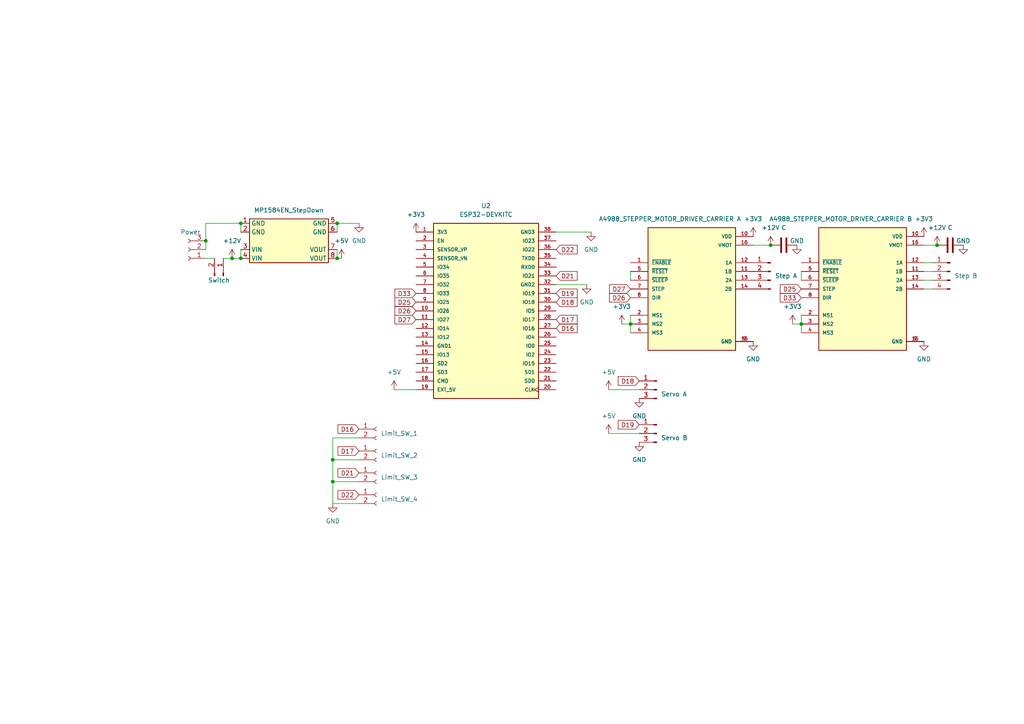
<source format=kicad_sch>
(kicad_sch (version 20211123) (generator eeschema)
  (paper "A4")
  (lib_symbols
    (symbol "Connector:Conn_01x02_Female" (pin_names (offset 1.016) hide)
      (property "Reference" "J" (at 0 2.54 0))
      (property "Value" "Conn_01x02_Female" (at 0 -5.08 0))
      (symbol "Conn_01x02_Female_1_1"
        (arc (start 0 -2.032) (mid -0.508 -2.54) (end 0 -3.048) (stroke (width 0.1524)))
        (polyline (pts (xy -1.27 -2.54) (xy -0.508 -2.54)) (stroke (width 0.1524)))
        (polyline (pts (xy -1.27 0) (xy -0.508 0)) (stroke (width 0.1524)))
        (arc (start 0 0.508) (mid -0.508 0) (end 0 -0.508) (stroke (width 0.1524)))
        (pin passive line (at -5.08 0 0) (length 3.81) (name "Pin_1") (number "1"))
        (pin passive line (at -5.08 -2.54 0) (length 3.81) (name "Pin_2") (number "2"))
      )
    )
    (symbol "Connector:Conn_01x02_Male" (pin_names (offset 1.016) hide)
      (property "Reference" "J" (at 0 2.54 0))
      (property "Value" "Conn_01x02_Male" (at 0 -5.08 0))
      (symbol "Conn_01x02_Male_1_1"
        (polyline (pts (xy 1.27 -2.54) (xy 0.8636 -2.54)) (stroke (width 0.1524)))
        (polyline (pts (xy 1.27 0) (xy 0.8636 0)) (stroke (width 0.1524)))
        (rectangle (start 0.8636 -2.413) (end 0 -2.667) (stroke (width 0.1524)) (fill (type outline)))
        (rectangle (start 0.8636 0.127) (end 0 -0.127) (stroke (width 0.1524)) (fill (type outline)))
        (pin passive line (at 5.08 0 180) (length 3.81) (name "Pin_1") (number "1"))
        (pin passive line (at 5.08 -2.54 180) (length 3.81) (name "Pin_2") (number "2"))
      )
    )
    (symbol "Connector:Conn_01x03_Female" (pin_names (offset 1.016) hide)
      (property "Reference" "J" (at 0 5.08 0))
      (property "Value" "Conn_01x03_Female" (at 0 -5.08 0))
      (symbol "Conn_01x03_Female_1_1"
        (arc (start 0 -2.032) (mid -0.508 -2.54) (end 0 -3.048) (stroke (width 0.1524)))
        (polyline (pts (xy -1.27 -2.54) (xy -0.508 -2.54)) (stroke (width 0.1524)))
        (polyline (pts (xy -1.27 0) (xy -0.508 0)) (stroke (width 0.1524)))
        (polyline (pts (xy -1.27 2.54) (xy -0.508 2.54)) (stroke (width 0.1524)))
        (arc (start 0 0.508) (mid -0.508 0) (end 0 -0.508) (stroke (width 0.1524)))
        (arc (start 0 3.048) (mid -0.508 2.54) (end 0 2.032) (stroke (width 0.1524)))
        (pin passive line (at -5.08 2.54 0) (length 3.81) (name "Pin_1") (number "1"))
        (pin passive line (at -5.08 0 0) (length 3.81) (name "Pin_2") (number "2"))
        (pin passive line (at -5.08 -2.54 0) (length 3.81) (name "Pin_3") (number "3"))
      )
    )
    (symbol "Connector:Conn_01x03_Male" (pin_names (offset 1.016) hide)
      (property "Reference" "J" (at 0 5.08 0))
      (property "Value" "Conn_01x03_Male" (at 0 -5.08 0))
      (symbol "Conn_01x03_Male_1_1"
        (polyline (pts (xy 1.27 -2.54) (xy 0.8636 -2.54)) (stroke (width 0.1524)))
        (polyline (pts (xy 1.27 0) (xy 0.8636 0)) (stroke (width 0.1524)))
        (polyline (pts (xy 1.27 2.54) (xy 0.8636 2.54)) (stroke (width 0.1524)))
        (rectangle (start 0.8636 -2.413) (end 0 -2.667) (stroke (width 0.1524)) (fill (type outline)))
        (rectangle (start 0.8636 0.127) (end 0 -0.127) (stroke (width 0.1524)) (fill (type outline)))
        (rectangle (start 0.8636 2.667) (end 0 2.413) (stroke (width 0.1524)) (fill (type outline)))
        (pin passive line (at 5.08 2.54 180) (length 3.81) (name "Pin_1") (number "1"))
        (pin passive line (at 5.08 0 180) (length 3.81) (name "Pin_2") (number "2"))
        (pin passive line (at 5.08 -2.54 180) (length 3.81) (name "Pin_3") (number "3"))
      )
    )
    (symbol "Connector:Conn_01x04_Male" (pin_names (offset 1.016) hide)
      (property "Reference" "J" (at 0 5.08 0))
      (property "Value" "Conn_01x04_Male" (at 0 -7.62 0))
      (symbol "Conn_01x04_Male_1_1"
        (polyline (pts (xy 1.27 -5.08) (xy 0.8636 -5.08)) (stroke (width 0.1524)))
        (polyline (pts (xy 1.27 -2.54) (xy 0.8636 -2.54)) (stroke (width 0.1524)))
        (polyline (pts (xy 1.27 0) (xy 0.8636 0)) (stroke (width 0.1524)))
        (polyline (pts (xy 1.27 2.54) (xy 0.8636 2.54)) (stroke (width 0.1524)))
        (rectangle (start 0.8636 -4.953) (end 0 -5.207) (stroke (width 0.1524)) (fill (type outline)))
        (rectangle (start 0.8636 -2.413) (end 0 -2.667) (stroke (width 0.1524)) (fill (type outline)))
        (rectangle (start 0.8636 0.127) (end 0 -0.127) (stroke (width 0.1524)) (fill (type outline)))
        (rectangle (start 0.8636 2.667) (end 0 2.413) (stroke (width 0.1524)) (fill (type outline)))
        (pin passive line (at 5.08 2.54 180) (length 3.81) (name "Pin_1") (number "1"))
        (pin passive line (at 5.08 0 180) (length 3.81) (name "Pin_2") (number "2"))
        (pin passive line (at 5.08 -2.54 180) (length 3.81) (name "Pin_3") (number "3"))
        (pin passive line (at 5.08 -5.08 180) (length 3.81) (name "Pin_4") (number "4"))
      )
    )
    (symbol "Device:C" (pin_numbers hide) (pin_names (offset 0.254))
      (property "Reference" "C" (at 0.635 2.54 0))
      (property "Value" "C" (at 0.635 -2.54 0))
      (symbol "C_0_1"
        (polyline (pts (xy -2.032 -0.762) (xy 2.032 -0.762)) (stroke (width 0.508)))
        (polyline (pts (xy -2.032 0.762) (xy 2.032 0.762)) (stroke (width 0.508)))
      )
      (symbol "C_1_1"
        (pin passive line (at 0 3.81 270) (length 2.794) (name "~") (number "1"))
        (pin passive line (at 0 -3.81 90) (length 2.794) (name "~") (number "2"))
      )
    )
    (symbol "Driver_Stepper:A4988_STEPPER_MOTOR_DRIVER_CARRIER" (pin_names (offset 1.016))
      (property "Reference" "U" (at -12.7 19.05 0))
      (property "Value" "A4988_STEPPER_MOTOR_DRIVER_CARRIER" (at -12.7 -21.59 0))
      (symbol "A4988_STEPPER_MOTOR_DRIVER_CARRIER_0_0"
        (rectangle (start -12.7 -17.78) (end 12.7 17.78) (stroke (width 0.254)) (fill (type background)))
        (pin input line (at -17.78 7.62 0) (length 5.08) (name "~{ENABLE}") (number "1"))
        (pin power_in line (at 17.78 15.24 180) (length 5.08) (name "VDD") (number "10"))
        (pin output line (at 17.78 5.08 180) (length 5.08) (name "1B") (number "11"))
        (pin output line (at 17.78 7.62 180) (length 5.08) (name "1A") (number "12"))
        (pin output line (at 17.78 2.54 180) (length 5.08) (name "2A") (number "13"))
        (pin output line (at 17.78 0 180) (length 5.08) (name "2B") (number "14"))
        (pin power_in line (at 17.78 -15.24 180) (length 5.08) (name "GND") (number "15"))
        (pin power_in line (at 17.78 12.7 180) (length 5.08) (name "VMOT") (number "16"))
        (pin input line (at -17.78 -7.62 0) (length 5.08) (name "MS1") (number "2"))
        (pin input line (at -17.78 -10.16 0) (length 5.08) (name "MS2") (number "3"))
        (pin input line (at -17.78 -12.7 0) (length 5.08) (name "MS3") (number "4"))
        (pin input line (at -17.78 5.08 0) (length 5.08) (name "~{RESET}") (number "5"))
        (pin input line (at -17.78 2.54 0) (length 5.08) (name "~{SLEEP}") (number "6"))
        (pin input line (at -17.78 0 0) (length 5.08) (name "STEP") (number "7"))
        (pin input line (at -17.78 -2.54 0) (length 5.08) (name "DIR") (number "8"))
        (pin power_in line (at 17.78 -15.24 180) (length 5.08) (name "GND") (number "9"))
      )
    )
    (symbol "ESP32-DEVKIT-38PIN:ESP32-DEVKITC" (pin_names (offset 1.016))
      (property "Reference" "U" (at -15.2572 26.0643 0))
      (property "Value" "ESP32-DEVKITC" (at -15.2563 -27.9698 0))
      (symbol "ESP32-DEVKITC_0_0"
        (rectangle (start -15.24 -25.4) (end 15.24 25.4) (stroke (width 0.254)) (fill (type background)))
        (pin power_in line (at -20.32 22.86 0) (length 5.08) (name "3V3") (number "1"))
        (pin bidirectional line (at -20.32 0 0) (length 5.08) (name "IO26") (number "10"))
        (pin bidirectional line (at -20.32 -2.54 0) (length 5.08) (name "IO27") (number "11"))
        (pin bidirectional line (at -20.32 -5.08 0) (length 5.08) (name "IO14") (number "12"))
        (pin bidirectional line (at -20.32 -7.62 0) (length 5.08) (name "IO12") (number "13"))
        (pin power_in line (at -20.32 -10.16 0) (length 5.08) (name "GND1") (number "14"))
        (pin bidirectional line (at -20.32 -12.7 0) (length 5.08) (name "IO13") (number "15"))
        (pin bidirectional line (at -20.32 -15.24 0) (length 5.08) (name "SD2") (number "16"))
        (pin bidirectional line (at -20.32 -17.78 0) (length 5.08) (name "SD3") (number "17"))
        (pin bidirectional line (at -20.32 -20.32 0) (length 5.08) (name "CMD") (number "18"))
        (pin power_in line (at -20.32 -22.86 0) (length 5.08) (name "EXT_5V") (number "19"))
        (pin input line (at -20.32 20.32 0) (length 5.08) (name "EN") (number "2"))
        (pin input clock (at 20.32 -22.86 180) (length 5.08) (name "CLK") (number "20"))
        (pin bidirectional line (at 20.32 -20.32 180) (length 5.08) (name "SD0") (number "21"))
        (pin bidirectional line (at 20.32 -17.78 180) (length 5.08) (name "SD1") (number "22"))
        (pin bidirectional line (at 20.32 -15.24 180) (length 5.08) (name "IO15") (number "23"))
        (pin bidirectional line (at 20.32 -12.7 180) (length 5.08) (name "IO2") (number "24"))
        (pin bidirectional line (at 20.32 -10.16 180) (length 5.08) (name "IO0") (number "25"))
        (pin bidirectional line (at 20.32 -7.62 180) (length 5.08) (name "IO4") (number "26"))
        (pin bidirectional line (at 20.32 -5.08 180) (length 5.08) (name "IO16") (number "27"))
        (pin bidirectional line (at 20.32 -2.54 180) (length 5.08) (name "IO17") (number "28"))
        (pin bidirectional line (at 20.32 0 180) (length 5.08) (name "IO5") (number "29"))
        (pin input line (at -20.32 17.78 0) (length 5.08) (name "SENSOR_VP") (number "3"))
        (pin bidirectional line (at 20.32 2.54 180) (length 5.08) (name "IO18") (number "30"))
        (pin bidirectional line (at 20.32 5.08 180) (length 5.08) (name "IO19") (number "31"))
        (pin power_in line (at 20.32 7.62 180) (length 5.08) (name "GND2") (number "32"))
        (pin bidirectional line (at 20.32 10.16 180) (length 5.08) (name "IO21") (number "33"))
        (pin input line (at 20.32 12.7 180) (length 5.08) (name "RXD0") (number "34"))
        (pin output line (at 20.32 15.24 180) (length 5.08) (name "TXD0") (number "35"))
        (pin bidirectional line (at 20.32 17.78 180) (length 5.08) (name "IO22") (number "36"))
        (pin bidirectional line (at 20.32 20.32 180) (length 5.08) (name "IO23") (number "37"))
        (pin power_in line (at 20.32 22.86 180) (length 5.08) (name "GND3") (number "38"))
        (pin input line (at -20.32 15.24 0) (length 5.08) (name "SENSOR_VN") (number "4"))
        (pin bidirectional line (at -20.32 12.7 0) (length 5.08) (name "IO34") (number "5"))
        (pin bidirectional line (at -20.32 10.16 0) (length 5.08) (name "IO35") (number "6"))
        (pin bidirectional line (at -20.32 7.62 0) (length 5.08) (name "IO32") (number "7"))
        (pin bidirectional line (at -20.32 5.08 0) (length 5.08) (name "IO33") (number "8"))
        (pin bidirectional line (at -20.32 2.54 0) (length 5.08) (name "IO25") (number "9"))
      )
    )
    (symbol "MP1584EN_StepDown:MP1584EN_StepDown"
      (property "Value" "MP1584EN_StepDown" (at 0 7.62 0))
      (symbol "MP1584EN_StepDown_0_1"
        (rectangle (start -11.43 5.08) (end 11.43 -7.62) (stroke (width 0.254)) (fill (type background)))
      )
      (symbol "MP1584EN_StepDown_1_1"
        (pin input line (at -13.97 3.81 0) (length 2.54) (name "GND") (number "1"))
        (pin input line (at -13.97 1.27 0) (length 2.54) (name "GND") (number "2"))
        (pin power_in line (at -13.97 -3.81 0) (length 2.54) (name "VIN") (number "3"))
        (pin power_in line (at -13.97 -6.35 0) (length 2.54) (name "VIN") (number "4"))
        (pin output line (at 13.97 3.81 180) (length 2.54) (name "GND") (number "5"))
        (pin output line (at 13.97 1.27 180) (length 2.54) (name "GND") (number "6"))
        (pin power_out line (at 13.97 -3.81 180) (length 2.54) (name "VOUT") (number "7"))
        (pin power_out line (at 13.97 -6.35 180) (length 2.54) (name "VOUT") (number "8"))
      )
    )
    (symbol "power:+12V" (power) (pin_names (offset 0))
      (property "Value" "+12V" (at 0 3.556 0))
      (symbol "+12V_0_1"
        (polyline (pts (xy -0.762 1.27) (xy 0 2.54)))
        (polyline (pts (xy 0 0) (xy 0 2.54)))
        (polyline (pts (xy 0 2.54) (xy 0.762 1.27)))
      )
      (symbol "+12V_1_1"
        (pin power_in line (at 0 0 90) (length 0) hide (name "+12V") (number "1"))
      )
    )
    (symbol "power:+3.3V" (power) (pin_names (offset 0))
      (property "Value" "+3.3V" (at 0 3.556 0))
      (symbol "+3.3V_0_1"
        (polyline (pts (xy -0.762 1.27) (xy 0 2.54)))
        (polyline (pts (xy 0 0) (xy 0 2.54)))
        (polyline (pts (xy 0 2.54) (xy 0.762 1.27)))
      )
      (symbol "+3.3V_1_1"
        (pin power_in line (at 0 0 90) (length 0) hide (name "+3V3") (number "1"))
      )
    )
    (symbol "power:+5V" (power) (pin_names (offset 0))
      (property "Value" "+5V" (at 0 3.556 0))
      (symbol "+5V_0_1"
        (polyline (pts (xy -0.762 1.27) (xy 0 2.54)))
        (polyline (pts (xy 0 0) (xy 0 2.54)))
        (polyline (pts (xy 0 2.54) (xy 0.762 1.27)))
      )
      (symbol "+5V_1_1"
        (pin power_in line (at 0 0 90) (length 0) hide (name "+5V") (number "1"))
      )
    )
    (symbol "power:GND" (power) (pin_names (offset 0))
      (property "Value" "GND" (at 0 -3.81 0))
      (symbol "GND_0_1"
        (polyline (pts (xy 0 0) (xy 0 -1.27) (xy 1.27 -1.27) (xy 0 -2.54) (xy -1.27 -1.27) (xy 0 -1.27)))
      )
      (symbol "GND_1_1"
        (pin power_in line (at 0 0 270) (length 0) hide (name "GND") (number "1"))
      )
    )
  )
  (junction (at 182.88 93.98))
  (junction (at 223.52 71.12))
  (junction (at 96.52 133.35))
  (junction (at 97.79 64.77))
  (junction (at 96.52 139.7))
  (junction (at 232.41 93.98))
  (junction (at 69.85 64.77))
  (junction (at 97.79 74.93))
  (junction (at 59.69 69.85))
  (junction (at 67.31 74.93))
  (junction (at 69.85 74.93))
  (junction (at 271.78 71.12))
  (wire (pts (xy 104.14 127) (xy 96.52 127)))
  (wire (pts (xy 180.34 93.98) (xy 182.88 93.98)))
  (wire (pts (xy 69.85 74.93) (xy 67.31 74.93)))
  (wire (pts (xy 223.52 71.12) (xy 218.44 71.12)))
  (wire (pts (xy 96.52 133.35) (xy 104.14 133.35)))
  (wire (pts (xy 96.52 127) (xy 96.52 133.35)))
  (wire (pts (xy 59.69 64.77) (xy 59.69 69.85)))
  (wire (pts (xy 229.87 93.98) (xy 232.41 93.98)))
  (wire (pts (xy 64.77 74.93) (xy 67.31 74.93)))
  (wire (pts (xy 97.79 67.31) (xy 97.79 64.77)))
  (wire (pts (xy 69.85 64.77) (xy 59.69 64.77)))
  (wire (pts (xy 59.69 72.39) (xy 59.69 69.85)))
  (wire (pts (xy 96.52 146.05) (xy 104.14 146.05)))
  (wire (pts (xy 69.85 72.39) (xy 69.85 74.93)))
  (wire (pts (xy 114.3 113.03) (xy 120.65 113.03)))
  (wire (pts (xy 182.88 96.52) (xy 182.88 93.98)))
  (wire (pts (xy 182.88 78.74) (xy 182.88 81.28)))
  (wire (pts (xy 232.41 96.52) (xy 232.41 93.98)))
  (wire (pts (xy 176.53 113.03) (xy 185.42 113.03)))
  (wire (pts (xy 97.79 74.93) (xy 99.06 74.93)))
  (wire (pts (xy 176.53 125.73) (xy 185.42 125.73)))
  (wire (pts (xy 182.88 91.44) (xy 182.88 93.98)))
  (wire (pts (xy 271.78 71.12) (xy 267.97 71.12)))
  (wire (pts (xy 270.51 81.28) (xy 267.97 81.28)))
  (wire (pts (xy 232.41 78.74) (xy 232.41 81.28)))
  (wire (pts (xy 96.52 139.7) (xy 104.14 139.7)))
  (wire (pts (xy 97.79 72.39) (xy 97.79 74.93)))
  (wire (pts (xy 69.85 67.31) (xy 69.85 64.77)))
  (wire (pts (xy 270.51 78.74) (xy 267.97 78.74)))
  (wire (pts (xy 96.52 133.35) (xy 96.52 139.7)))
  (wire (pts (xy 270.51 76.2) (xy 267.97 76.2)))
  (wire (pts (xy 161.29 82.55) (xy 170.18 82.55)))
  (wire (pts (xy 171.45 67.31) (xy 161.29 67.31)))
  (wire (pts (xy 62.23 74.93) (xy 59.69 74.93)))
  (wire (pts (xy 270.51 83.82) (xy 267.97 83.82)))
  (wire (pts (xy 97.79 64.77) (xy 104.14 64.77)))
  (wire (pts (xy 96.52 139.7) (xy 96.52 146.05)))
  (wire (pts (xy 232.41 91.44) (xy 232.41 93.98)))
  (global_label "D33" (shape input) (at 232.41 86.36 180) (property "Intersheet References" "${INTERSHEET_REFS}" (effects hide)))
  (global_label "D26" (shape input) (at 182.88 86.36 180) (property "Intersheet References" "${INTERSHEET_REFS}" (effects hide)))
  (global_label "D25" (shape input) (at 232.41 83.82 180) (property "Intersheet References" "${INTERSHEET_REFS}" (effects hide)))
  (global_label "D18" (shape input) (at 185.42 110.49 180) (property "Intersheet References" "${INTERSHEET_REFS}" (effects hide)))
  (global_label "D16" (shape input) (at 161.29 95.25 0) (property "Intersheet References" "${INTERSHEET_REFS}" (effects hide)))
  (global_label "D27" (shape input) (at 120.65 92.71 180) (property "Intersheet References" "${INTERSHEET_REFS}" (effects hide)))
  (global_label "D18" (shape input) (at 161.29 87.63 0) (property "Intersheet References" "${INTERSHEET_REFS}" (effects hide)))
  (global_label "D27" (shape input) (at 182.88 83.82 180) (property "Intersheet References" "${INTERSHEET_REFS}" (effects hide)))
  (global_label "D33" (shape input) (at 120.65 85.09 180) (property "Intersheet References" "${INTERSHEET_REFS}" (effects hide)))
  (global_label "D17" (shape input) (at 161.29 92.71 0) (property "Intersheet References" "${INTERSHEET_REFS}" (effects hide)))
  (global_label "D16" (shape input) (at 104.14 124.46 180) (property "Intersheet References" "${INTERSHEET_REFS}" (effects hide)))
  (global_label "D19" (shape input) (at 185.42 123.19 180) (property "Intersheet References" "${INTERSHEET_REFS}" (effects hide)))
  (global_label "D19" (shape input) (at 161.29 85.09 0) (property "Intersheet References" "${INTERSHEET_REFS}" (effects hide)))
  (global_label "D21" (shape input) (at 104.14 137.16 180) (property "Intersheet References" "${INTERSHEET_REFS}" (effects hide)))
  (global_label "D17" (shape input) (at 104.14 130.81 180) (property "Intersheet References" "${INTERSHEET_REFS}" (effects hide)))
  (global_label "D22" (shape input) (at 161.29 72.39 0) (property "Intersheet References" "${INTERSHEET_REFS}" (effects hide)))
  (global_label "D22" (shape input) (at 104.14 143.51 180) (property "Intersheet References" "${INTERSHEET_REFS}" (effects hide)))
  (global_label "D21" (shape input) (at 161.29 80.01 0) (property "Intersheet References" "${INTERSHEET_REFS}" (effects hide)))
  (global_label "D25" (shape input) (at 120.65 87.63 180) (property "Intersheet References" "${INTERSHEET_REFS}" (effects hide)))
  (global_label "D26" (shape input) (at 120.65 90.17 180) (property "Intersheet References" "${INTERSHEET_REFS}" (effects hide)))
  (symbol (lib_id "power:+12V") (at 271.78 71.12 0) (unit 1)
    (property "Reference" "#PWR0116" (effects hide))
    (property "Value" "+12V" (at 271.78 66.04 0))
  )
  (symbol (lib_id "power:GND") (at 231.14 71.12 0) (unit 1)
    (property "Reference" "#PWR0119" (effects hide))
    (property "Value" "GND" (at 231.14 69.85 0))
  )
  (symbol (lib_id "power:+5V") (at 176.53 125.73 0) (unit 1)
    (property "Reference" "#PWR0101" (effects hide))
    (property "Value" "+5V" (at 176.53 120.65 0))
  )
  (symbol (lib_id "Connector:Conn_01x03_Female") (at 54.61 72.39 180) (unit 1)
    (property "Reference" "J1" (effects hide))
    (property "Value" "Power" (at 55.245 67.31 0))
    (property "Footprint" "Connector_BarrelJack:BarrelJack_Horizontal" (effects hide))
  )
  (symbol (lib_id "MP1584EN_StepDown:MP1584EN_StepDown") (at 83.82 68.58 0) (unit 1)
    (property "Reference" "U1" (effects hide))
    (property "Value" "MP1584EN_StepDown" (at 83.82 60.96 0))
    (property "Footprint" "MP1584EN_StepDown:MP1584EN_StepDown" (effects hide))
  )
  (symbol (lib_id "power:GND") (at 171.45 67.31 0) (unit 1)
    (property "Reference" "#PWR0110" (effects hide))
    (property "Value" "GND" (at 171.45 72.39 0))
  )
  (symbol (lib_id "power:+3.3V") (at 229.87 93.98 0) (unit 1)
    (property "Reference" "#PWR0120" (effects hide))
    (property "Value" "+3.3V" (at 229.87 88.9 0))
  )
  (symbol (lib_id "Connector:Conn_01x02_Female") (at 109.22 130.81 0) (unit 1)
    (property "Reference" "J8" (effects hide))
    (property "Value" "Limit_SW_2" (at 110.49 132.0799 0) (effects (justify left)))
    (property "Footprint" "Connector_PinHeader_2.54mm:PinHeader_1x02_P2.54mm_Vertical" (effects hide))
  )
  (symbol (lib_id "power:GND") (at 279.4 71.12 0) (unit 1)
    (property "Reference" "#PWR0117" (effects hide))
    (property "Value" "GND" (at 279.4 69.85 0))
  )
  (symbol (lib_id "ESP32-DEVKIT-38PIN:ESP32-DEVKITC") (at 140.97 90.17 0) (unit 1)
    (property "Reference" "U2" (at 140.97 59.69 0))
    (property "Value" "ESP32-DEVKITC" (at 140.97 62.23 0))
    (property "Footprint" "ESP32-DEVKIT-38PIN:MODULE_ESP32-DEVKITC" (effects hide))
    (property "PARTREV" "N/A" (effects hide))
    (property "STANDARD" "Manufacturer Recommendations" (effects hide))
    (property "MANUFACTURER" "ESPRESSIF" (effects hide))
  )
  (symbol (lib_id "power:+5V") (at 99.06 74.93 0) (unit 1)
    (property "Reference" "#PWR0108" (effects hide))
    (property "Value" "+5V" (at 99.06 69.85 0))
  )
  (symbol (lib_id "power:+3.3V") (at 218.44 68.58 0) (unit 1)
    (property "Reference" "#PWR0114" (effects hide))
    (property "Value" "+3.3V" (at 218.44 63.5 0))
  )
  (symbol (lib_id "Driver_Stepper:A4988_STEPPER_MOTOR_DRIVER_CARRIER") (at 200.66 83.82 0) (unit 1)
    (property "Reference" "U3" (effects hide))
    (property "Value" "A4988_STEPPER_MOTOR_DRIVER_CARRIER A" (at 194.31 63.5 0))
    (property "Footprint" "Driver_Stepper:MODULE_A4988_STEPPER_MOTOR_DRIVER_CARRIER" (effects hide))
    (property "MF" "Pololu" (effects hide))
    (property "DESCRIPTION" "Stepper motor controler; IC: A4988; 1A; Uin mot: 8÷35V" (effects hide))
    (property "PACKAGE" "None" (effects hide))
    (property "PRICE" "None" (effects hide))
    (property "MP" "A4988 STEPPER MOTOR DRIVER CARRIER" (effects hide))
    (property "AVAILABILITY" "Unavailable" (effects hide))
  )
  (symbol (lib_id "power:GND") (at 267.97 99.06 0) (unit 1)
    (property "Reference" "#PWR0115" (effects hide))
    (property "Value" "GND" (at 267.97 104.14 0))
  )
  (symbol (lib_id "power:GND") (at 218.44 99.06 0) (unit 1)
    (property "Reference" "#PWR0105" (effects hide))
    (property "Value" "GND" (at 218.44 104.14 0))
  )
  (symbol (lib_id "power:GND") (at 170.18 82.55 0) (unit 1)
    (property "Reference" "#PWR0122" (effects hide))
    (property "Value" "GND" (at 170.18 87.63 0))
  )
  (symbol (lib_id "Connector:Conn_01x02_Female") (at 109.22 143.51 0) (unit 1)
    (property "Reference" "J10" (effects hide))
    (property "Value" "Limit_SW_4" (at 110.49 144.7799 0) (effects (justify left)))
    (property "Footprint" "Connector_PinHeader_2.54mm:PinHeader_1x02_P2.54mm_Vertical" (effects hide))
  )
  (symbol (lib_id "power:+5V") (at 114.3 113.03 0) (unit 1)
    (property "Reference" "#PWR0111" (effects hide))
    (property "Value" "+5V" (at 114.3 107.95 0))
  )
  (symbol (lib_id "power:+5V") (at 176.53 113.03 0) (unit 1)
    (property "Reference" "#PWR0104" (effects hide))
    (property "Value" "+5V" (at 176.53 107.95 0))
  )
  (symbol (lib_id "power:GND") (at 104.14 64.77 0) (unit 1)
    (property "Reference" "#PWR0109" (effects hide))
    (property "Value" "GND" (at 104.14 69.85 0))
  )
  (symbol (lib_id "Connector:Conn_01x04_Male") (at 275.59 78.74 0) (mirror y) (unit 1)
    (property "Reference" "J6" (effects hide))
    (property "Value" "Step B" (at 276.86 80.0099 0) (effects (justify right)))
    (property "Footprint" "Connector_JST:JST_EH_B4B-EH-A_1x04_P2.50mm_Vertical" (effects hide))
  )
  (symbol (lib_id "Connector:Conn_01x02_Male") (at 64.77 80.01 270) (mirror x) (unit 1)
    (property "Reference" "J2" (effects hide))
    (property "Value" "Switch" (at 63.5 81.28 90))
    (property "Footprint" "Connector_TerminalBloks:TE_282837-2" (effects hide))
  )
  (symbol (lib_id "Connector:Conn_01x02_Female") (at 109.22 137.16 0) (unit 1)
    (property "Reference" "J9" (effects hide))
    (property "Value" "Limit_SW_3" (at 110.49 138.4299 0) (effects (justify left)))
    (property "Footprint" "Connector_PinHeader_2.54mm:PinHeader_1x02_P2.54mm_Vertical" (effects hide))
  )
  (symbol (lib_id "power:GND") (at 185.42 128.27 0) (unit 1)
    (property "Reference" "#PWR0102" (effects hide))
    (property "Value" "GND" (at 185.42 133.35 0))
  )
  (symbol (lib_id "power:+3.3V") (at 267.97 68.58 0) (unit 1)
    (property "Reference" "#PWR0118" (effects hide))
    (property "Value" "+3.3V" (at 267.97 63.5 0))
  )
  (symbol (lib_id "Device:C") (at 275.59 71.12 90) (unit 1)
    (property "Reference" "C2" (effects hide))
    (property "Value" "C" (at 275.59 66.04 90))
    (property "Footprint" "Capacitor_THT:CP_Radial_D5.0mm_P2.50mm" (effects hide))
  )
  (symbol (lib_id "power:GND") (at 96.52 146.05 0) (unit 1)
    (property "Reference" "#PWR0121" (effects hide))
    (property "Value" "GND" (at 96.52 151.13 0))
  )
  (symbol (lib_id "power:+12V") (at 223.52 71.12 0) (unit 1)
    (property "Reference" "#PWR0113" (effects hide))
    (property "Value" "+12V" (at 223.52 66.04 0))
  )
  (symbol (lib_id "Device:C") (at 227.33 71.12 90) (unit 1)
    (property "Reference" "C1" (effects hide))
    (property "Value" "C" (at 227.33 66.04 90))
    (property "Footprint" "Capacitor_THT:CP_Radial_D5.0mm_P2.50mm" (effects hide))
  )
  (symbol (lib_id "power:+3.3V") (at 120.65 67.31 0) (unit 1)
    (property "Reference" "#PWR0112" (effects hide))
    (property "Value" "+3.3V" (at 120.65 62.23 0))
  )
  (symbol (lib_id "Driver_Stepper:A4988_STEPPER_MOTOR_DRIVER_CARRIER") (at 250.19 83.82 0) (unit 1)
    (property "Reference" "U4" (effects hide))
    (property "Value" "A4988_STEPPER_MOTOR_DRIVER_CARRIER B" (at 243.84 63.5 0))
    (property "Footprint" "Driver_Stepper:MODULE_A4988_STEPPER_MOTOR_DRIVER_CARRIER" (effects hide))
    (property "MF" "Pololu" (effects hide))
    (property "DESCRIPTION" "Stepper motor controler; IC: A4988; 1A; Uin mot: 8÷35V" (effects hide))
    (property "PACKAGE" "None" (effects hide))
    (property "PRICE" "None" (effects hide))
    (property "MP" "A4988 STEPPER MOTOR DRIVER CARRIER" (effects hide))
    (property "AVAILABILITY" "Unavailable" (effects hide))
  )
  (symbol (lib_id "Connector:Conn_01x04_Male") (at 223.52 78.74 0) (mirror y) (unit 1)
    (property "Reference" "J5" (effects hide))
    (property "Value" "Step A" (at 224.79 80.0099 0) (effects (justify right)))
    (property "Footprint" "Connector_JST:JST_EH_B4B-EH-A_1x04_P2.50mm_Vertical" (effects hide))
  )
  (symbol (lib_id "power:+3.3V") (at 180.34 93.98 0) (unit 1)
    (property "Reference" "#PWR0106" (effects hide))
    (property "Value" "+3.3V" (at 180.34 88.9 0))
  )
  (symbol (lib_id "Connector:Conn_01x03_Male") (at 190.5 113.03 0) (mirror y) (unit 1)
    (property "Reference" "J3" (effects hide))
    (property "Value" "Servo A" (at 191.77 114.2999 0) (effects (justify right)))
    (property "Footprint" "Connector_PinHeader_2.54mm:PinHeader_1x03_P2.54mm_Vertical" (effects hide))
  )
  (symbol (lib_id "power:GND") (at 185.42 115.57 0) (unit 1)
    (property "Reference" "#PWR0103" (effects hide))
    (property "Value" "GND" (at 185.42 120.65 0))
  )
  (symbol (lib_id "power:+12V") (at 67.31 74.93 0) (unit 1)
    (property "Reference" "#PWR0107" (effects hide))
    (property "Value" "+12V" (at 67.31 69.85 0))
  )
  (symbol (lib_id "Connector:Conn_01x02_Female") (at 109.22 124.46 0) (unit 1)
    (property "Reference" "J7" (effects hide))
    (property "Value" "Limit_SW_1" (at 110.49 125.7299 0) (effects (justify left)))
    (property "Footprint" "Connector_PinHeader_2.54mm:PinHeader_1x02_P2.54mm_Vertical" (effects hide))
  )
  (symbol (lib_id "Connector:Conn_01x03_Male") (at 190.5 125.73 0) (mirror y) (unit 1)
    (property "Reference" "J4" (effects hide))
    (property "Value" "Servo B" (at 191.77 127 0) (effects (justify right)))
    (property "Footprint" "Connector_PinHeader_2.54mm:PinHeader_1x03_P2.54mm_Vertical" (effects hide))
  )
)
</source>
